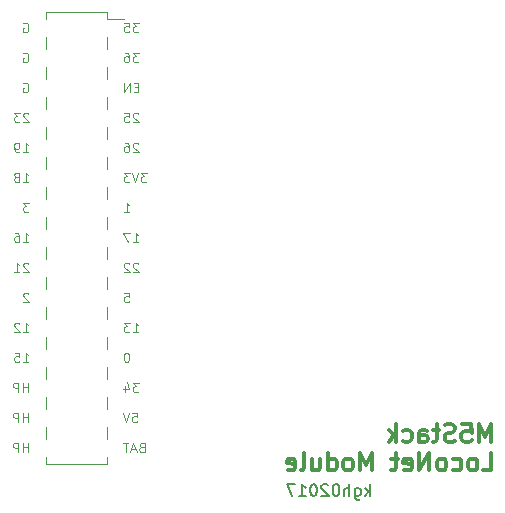
<source format=gbo>
G04 #@! TF.GenerationSoftware,KiCad,Pcbnew,(6.0.9)*
G04 #@! TF.CreationDate,2022-12-08T09:40:08+09:00*
G04 #@! TF.ProjectId,M5StackLocoNetModule,4d355374-6163-46b4-9c6f-636f4e65744d,rev?*
G04 #@! TF.SameCoordinates,PX6146580PY90f5600*
G04 #@! TF.FileFunction,Legend,Bot*
G04 #@! TF.FilePolarity,Positive*
%FSLAX46Y46*%
G04 Gerber Fmt 4.6, Leading zero omitted, Abs format (unit mm)*
G04 Created by KiCad (PCBNEW (6.0.9)) date 2022-12-08 09:40:08*
%MOMM*%
%LPD*%
G01*
G04 APERTURE LIST*
%ADD10C,0.350000*%
%ADD11C,0.150000*%
%ADD12C,0.120000*%
G04 APERTURE END LIST*
D10*
X41115357Y7728929D02*
X41115357Y9228929D01*
X40615357Y8157500D01*
X40115357Y9228929D01*
X40115357Y7728929D01*
X38686785Y9228929D02*
X39401071Y9228929D01*
X39472500Y8514643D01*
X39401071Y8586072D01*
X39258214Y8657500D01*
X38901071Y8657500D01*
X38758214Y8586072D01*
X38686785Y8514643D01*
X38615357Y8371786D01*
X38615357Y8014643D01*
X38686785Y7871786D01*
X38758214Y7800358D01*
X38901071Y7728929D01*
X39258214Y7728929D01*
X39401071Y7800358D01*
X39472500Y7871786D01*
X38043928Y7800358D02*
X37829642Y7728929D01*
X37472500Y7728929D01*
X37329642Y7800358D01*
X37258214Y7871786D01*
X37186785Y8014643D01*
X37186785Y8157500D01*
X37258214Y8300358D01*
X37329642Y8371786D01*
X37472500Y8443215D01*
X37758214Y8514643D01*
X37901071Y8586072D01*
X37972500Y8657500D01*
X38043928Y8800358D01*
X38043928Y8943215D01*
X37972500Y9086072D01*
X37901071Y9157500D01*
X37758214Y9228929D01*
X37401071Y9228929D01*
X37186785Y9157500D01*
X36758214Y8728929D02*
X36186785Y8728929D01*
X36543928Y9228929D02*
X36543928Y7943215D01*
X36472500Y7800358D01*
X36329642Y7728929D01*
X36186785Y7728929D01*
X35043928Y7728929D02*
X35043928Y8514643D01*
X35115357Y8657500D01*
X35258214Y8728929D01*
X35543928Y8728929D01*
X35686785Y8657500D01*
X35043928Y7800358D02*
X35186785Y7728929D01*
X35543928Y7728929D01*
X35686785Y7800358D01*
X35758214Y7943215D01*
X35758214Y8086072D01*
X35686785Y8228929D01*
X35543928Y8300358D01*
X35186785Y8300358D01*
X35043928Y8371786D01*
X33686785Y7800358D02*
X33829642Y7728929D01*
X34115357Y7728929D01*
X34258214Y7800358D01*
X34329642Y7871786D01*
X34401071Y8014643D01*
X34401071Y8443215D01*
X34329642Y8586072D01*
X34258214Y8657500D01*
X34115357Y8728929D01*
X33829642Y8728929D01*
X33686785Y8657500D01*
X33043928Y7728929D02*
X33043928Y9228929D01*
X32901071Y8300358D02*
X32472500Y7728929D01*
X32472500Y8728929D02*
X33043928Y8157500D01*
X40401071Y5313929D02*
X41115357Y5313929D01*
X41115357Y6813929D01*
X39686785Y5313929D02*
X39829642Y5385358D01*
X39901071Y5456786D01*
X39972500Y5599643D01*
X39972500Y6028215D01*
X39901071Y6171072D01*
X39829642Y6242500D01*
X39686785Y6313929D01*
X39472500Y6313929D01*
X39329642Y6242500D01*
X39258214Y6171072D01*
X39186785Y6028215D01*
X39186785Y5599643D01*
X39258214Y5456786D01*
X39329642Y5385358D01*
X39472500Y5313929D01*
X39686785Y5313929D01*
X37901071Y5385358D02*
X38043928Y5313929D01*
X38329642Y5313929D01*
X38472500Y5385358D01*
X38543928Y5456786D01*
X38615357Y5599643D01*
X38615357Y6028215D01*
X38543928Y6171072D01*
X38472500Y6242500D01*
X38329642Y6313929D01*
X38043928Y6313929D01*
X37901071Y6242500D01*
X37043928Y5313929D02*
X37186785Y5385358D01*
X37258214Y5456786D01*
X37329642Y5599643D01*
X37329642Y6028215D01*
X37258214Y6171072D01*
X37186785Y6242500D01*
X37043928Y6313929D01*
X36829642Y6313929D01*
X36686785Y6242500D01*
X36615357Y6171072D01*
X36543928Y6028215D01*
X36543928Y5599643D01*
X36615357Y5456786D01*
X36686785Y5385358D01*
X36829642Y5313929D01*
X37043928Y5313929D01*
X35901071Y5313929D02*
X35901071Y6813929D01*
X35043928Y5313929D01*
X35043928Y6813929D01*
X33758214Y5385358D02*
X33901071Y5313929D01*
X34186785Y5313929D01*
X34329642Y5385358D01*
X34401071Y5528215D01*
X34401071Y6099643D01*
X34329642Y6242500D01*
X34186785Y6313929D01*
X33901071Y6313929D01*
X33758214Y6242500D01*
X33686785Y6099643D01*
X33686785Y5956786D01*
X34401071Y5813929D01*
X33258214Y6313929D02*
X32686785Y6313929D01*
X33043928Y6813929D02*
X33043928Y5528215D01*
X32972500Y5385358D01*
X32829642Y5313929D01*
X32686785Y5313929D01*
X31043928Y5313929D02*
X31043928Y6813929D01*
X30543928Y5742500D01*
X30043928Y6813929D01*
X30043928Y5313929D01*
X29115357Y5313929D02*
X29258214Y5385358D01*
X29329642Y5456786D01*
X29401071Y5599643D01*
X29401071Y6028215D01*
X29329642Y6171072D01*
X29258214Y6242500D01*
X29115357Y6313929D01*
X28901071Y6313929D01*
X28758214Y6242500D01*
X28686785Y6171072D01*
X28615357Y6028215D01*
X28615357Y5599643D01*
X28686785Y5456786D01*
X28758214Y5385358D01*
X28901071Y5313929D01*
X29115357Y5313929D01*
X27329642Y5313929D02*
X27329642Y6813929D01*
X27329642Y5385358D02*
X27472500Y5313929D01*
X27758214Y5313929D01*
X27901071Y5385358D01*
X27972500Y5456786D01*
X28043928Y5599643D01*
X28043928Y6028215D01*
X27972500Y6171072D01*
X27901071Y6242500D01*
X27758214Y6313929D01*
X27472500Y6313929D01*
X27329642Y6242500D01*
X25972500Y6313929D02*
X25972500Y5313929D01*
X26615357Y6313929D02*
X26615357Y5528215D01*
X26543928Y5385358D01*
X26401071Y5313929D01*
X26186785Y5313929D01*
X26043928Y5385358D01*
X25972500Y5456786D01*
X25043928Y5313929D02*
X25186785Y5385358D01*
X25258214Y5528215D01*
X25258214Y6813929D01*
X23901071Y5385358D02*
X24043928Y5313929D01*
X24329642Y5313929D01*
X24472500Y5385358D01*
X24543928Y5528215D01*
X24543928Y6099643D01*
X24472500Y6242500D01*
X24329642Y6313929D01*
X24043928Y6313929D01*
X23901071Y6242500D01*
X23829642Y6099643D01*
X23829642Y5956786D01*
X24543928Y5813929D01*
D11*
X30852380Y3147620D02*
X30852380Y4147620D01*
X30757142Y3528572D02*
X30471428Y3147620D01*
X30471428Y3814286D02*
X30852380Y3433334D01*
X29614285Y3814286D02*
X29614285Y3004762D01*
X29661904Y2909524D01*
X29709523Y2861905D01*
X29804761Y2814286D01*
X29947619Y2814286D01*
X30042857Y2861905D01*
X29614285Y3195239D02*
X29709523Y3147620D01*
X29900000Y3147620D01*
X29995238Y3195239D01*
X30042857Y3242858D01*
X30090476Y3338096D01*
X30090476Y3623810D01*
X30042857Y3719048D01*
X29995238Y3766667D01*
X29900000Y3814286D01*
X29709523Y3814286D01*
X29614285Y3766667D01*
X29138095Y3147620D02*
X29138095Y4147620D01*
X28709523Y3147620D02*
X28709523Y3671429D01*
X28757142Y3766667D01*
X28852380Y3814286D01*
X28995238Y3814286D01*
X29090476Y3766667D01*
X29138095Y3719048D01*
X28042857Y4147620D02*
X27947619Y4147620D01*
X27852380Y4100000D01*
X27804761Y4052381D01*
X27757142Y3957143D01*
X27709523Y3766667D01*
X27709523Y3528572D01*
X27757142Y3338096D01*
X27804761Y3242858D01*
X27852380Y3195239D01*
X27947619Y3147620D01*
X28042857Y3147620D01*
X28138095Y3195239D01*
X28185714Y3242858D01*
X28233333Y3338096D01*
X28280952Y3528572D01*
X28280952Y3766667D01*
X28233333Y3957143D01*
X28185714Y4052381D01*
X28138095Y4100000D01*
X28042857Y4147620D01*
X27328571Y4052381D02*
X27280952Y4100000D01*
X27185714Y4147620D01*
X26947619Y4147620D01*
X26852380Y4100000D01*
X26804761Y4052381D01*
X26757142Y3957143D01*
X26757142Y3861905D01*
X26804761Y3719048D01*
X27376190Y3147620D01*
X26757142Y3147620D01*
X26138095Y4147620D02*
X26042857Y4147620D01*
X25947619Y4100000D01*
X25900000Y4052381D01*
X25852380Y3957143D01*
X25804761Y3766667D01*
X25804761Y3528572D01*
X25852380Y3338096D01*
X25900000Y3242858D01*
X25947619Y3195239D01*
X26042857Y3147620D01*
X26138095Y3147620D01*
X26233333Y3195239D01*
X26280952Y3242858D01*
X26328571Y3338096D01*
X26376190Y3528572D01*
X26376190Y3766667D01*
X26328571Y3957143D01*
X26280952Y4052381D01*
X26233333Y4100000D01*
X26138095Y4147620D01*
X24852380Y3147620D02*
X25423809Y3147620D01*
X25138095Y3147620D02*
X25138095Y4147620D01*
X25233333Y4004762D01*
X25328571Y3909524D01*
X25423809Y3861905D01*
X24519047Y4147620D02*
X23852380Y4147620D01*
X24280952Y3147620D01*
D12*
X1997714Y27978096D02*
X1502476Y27978096D01*
X1769142Y27673334D01*
X1654857Y27673334D01*
X1578666Y27635239D01*
X1540571Y27597143D01*
X1502476Y27520953D01*
X1502476Y27330477D01*
X1540571Y27254286D01*
X1578666Y27216191D01*
X1654857Y27178096D01*
X1883428Y27178096D01*
X1959619Y27216191D01*
X1997714Y27254286D01*
X1921523Y11938096D02*
X1921523Y12738096D01*
X1921523Y12357143D02*
X1464380Y12357143D01*
X1464380Y11938096D02*
X1464380Y12738096D01*
X1083428Y11938096D02*
X1083428Y12738096D01*
X778666Y12738096D01*
X702476Y12700000D01*
X664380Y12661905D01*
X626285Y12585715D01*
X626285Y12471429D01*
X664380Y12395239D01*
X702476Y12357143D01*
X778666Y12319048D01*
X1083428Y12319048D01*
X1502476Y24638096D02*
X1959619Y24638096D01*
X1731047Y24638096D02*
X1731047Y25438096D01*
X1807238Y25323810D01*
X1883428Y25247620D01*
X1959619Y25209524D01*
X816761Y25438096D02*
X969142Y25438096D01*
X1045333Y25400000D01*
X1083428Y25361905D01*
X1159619Y25247620D01*
X1197714Y25095239D01*
X1197714Y24790477D01*
X1159619Y24714286D01*
X1121523Y24676191D01*
X1045333Y24638096D01*
X892952Y24638096D01*
X816761Y24676191D01*
X778666Y24714286D01*
X740571Y24790477D01*
X740571Y24980953D01*
X778666Y25057143D01*
X816761Y25095239D01*
X892952Y25133334D01*
X1045333Y25133334D01*
X1121523Y25095239D01*
X1159619Y25057143D01*
X1197714Y24980953D01*
X11259428Y32981905D02*
X11221333Y33020000D01*
X11145142Y33058096D01*
X10954666Y33058096D01*
X10878476Y33020000D01*
X10840380Y32981905D01*
X10802285Y32905715D01*
X10802285Y32829524D01*
X10840380Y32715239D01*
X11297523Y32258096D01*
X10802285Y32258096D01*
X10116571Y33058096D02*
X10268952Y33058096D01*
X10345142Y33020000D01*
X10383238Y32981905D01*
X10459428Y32867620D01*
X10497523Y32715239D01*
X10497523Y32410477D01*
X10459428Y32334286D01*
X10421333Y32296191D01*
X10345142Y32258096D01*
X10192761Y32258096D01*
X10116571Y32296191D01*
X10078476Y32334286D01*
X10040380Y32410477D01*
X10040380Y32600953D01*
X10078476Y32677143D01*
X10116571Y32715239D01*
X10192761Y32753334D01*
X10345142Y32753334D01*
X10421333Y32715239D01*
X10459428Y32677143D01*
X10497523Y32600953D01*
X11297523Y12738096D02*
X10802285Y12738096D01*
X11068952Y12433334D01*
X10954666Y12433334D01*
X10878476Y12395239D01*
X10840380Y12357143D01*
X10802285Y12280953D01*
X10802285Y12090477D01*
X10840380Y12014286D01*
X10878476Y11976191D01*
X10954666Y11938096D01*
X11183238Y11938096D01*
X11259428Y11976191D01*
X11297523Y12014286D01*
X10116571Y12471429D02*
X10116571Y11938096D01*
X10307047Y12776191D02*
X10497523Y12204762D01*
X10002285Y12204762D01*
X1959619Y22821905D02*
X1921523Y22860000D01*
X1845333Y22898096D01*
X1654857Y22898096D01*
X1578666Y22860000D01*
X1540571Y22821905D01*
X1502476Y22745715D01*
X1502476Y22669524D01*
X1540571Y22555239D01*
X1997714Y22098096D01*
X1502476Y22098096D01*
X740571Y22098096D02*
X1197714Y22098096D01*
X969142Y22098096D02*
X969142Y22898096D01*
X1045333Y22783810D01*
X1121523Y22707620D01*
X1197714Y22669524D01*
X1921523Y9398096D02*
X1921523Y10198096D01*
X1921523Y9817143D02*
X1464380Y9817143D01*
X1464380Y9398096D02*
X1464380Y10198096D01*
X1083428Y9398096D02*
X1083428Y10198096D01*
X778666Y10198096D01*
X702476Y10160000D01*
X664380Y10121905D01*
X626285Y10045715D01*
X626285Y9931429D01*
X664380Y9855239D01*
X702476Y9817143D01*
X778666Y9779048D01*
X1083428Y9779048D01*
X1959619Y20281905D02*
X1921523Y20320000D01*
X1845333Y20358096D01*
X1654857Y20358096D01*
X1578666Y20320000D01*
X1540571Y20281905D01*
X1502476Y20205715D01*
X1502476Y20129524D01*
X1540571Y20015239D01*
X1997714Y19558096D01*
X1502476Y19558096D01*
X1502476Y38100000D02*
X1578666Y38138096D01*
X1692952Y38138096D01*
X1807238Y38100000D01*
X1883428Y38023810D01*
X1921523Y37947620D01*
X1959619Y37795239D01*
X1959619Y37680953D01*
X1921523Y37528572D01*
X1883428Y37452381D01*
X1807238Y37376191D01*
X1692952Y37338096D01*
X1616761Y37338096D01*
X1502476Y37376191D01*
X1464380Y37414286D01*
X1464380Y37680953D01*
X1616761Y37680953D01*
X10078476Y20358096D02*
X10459428Y20358096D01*
X10497523Y19977143D01*
X10459428Y20015239D01*
X10383238Y20053334D01*
X10192761Y20053334D01*
X10116571Y20015239D01*
X10078476Y19977143D01*
X10040380Y19900953D01*
X10040380Y19710477D01*
X10078476Y19634286D01*
X10116571Y19596191D01*
X10192761Y19558096D01*
X10383238Y19558096D01*
X10459428Y19596191D01*
X10497523Y19634286D01*
X11259428Y35521905D02*
X11221333Y35560000D01*
X11145142Y35598096D01*
X10954666Y35598096D01*
X10878476Y35560000D01*
X10840380Y35521905D01*
X10802285Y35445715D01*
X10802285Y35369524D01*
X10840380Y35255239D01*
X11297523Y34798096D01*
X10802285Y34798096D01*
X10078476Y35598096D02*
X10459428Y35598096D01*
X10497523Y35217143D01*
X10459428Y35255239D01*
X10383238Y35293334D01*
X10192761Y35293334D01*
X10116571Y35255239D01*
X10078476Y35217143D01*
X10040380Y35140953D01*
X10040380Y34950477D01*
X10078476Y34874286D01*
X10116571Y34836191D01*
X10192761Y34798096D01*
X10383238Y34798096D01*
X10459428Y34836191D01*
X10497523Y34874286D01*
X11297523Y40678096D02*
X10802285Y40678096D01*
X11068952Y40373334D01*
X10954666Y40373334D01*
X10878476Y40335239D01*
X10840380Y40297143D01*
X10802285Y40220953D01*
X10802285Y40030477D01*
X10840380Y39954286D01*
X10878476Y39916191D01*
X10954666Y39878096D01*
X11183238Y39878096D01*
X11259428Y39916191D01*
X11297523Y39954286D01*
X10116571Y40678096D02*
X10268952Y40678096D01*
X10345142Y40640000D01*
X10383238Y40601905D01*
X10459428Y40487620D01*
X10497523Y40335239D01*
X10497523Y40030477D01*
X10459428Y39954286D01*
X10421333Y39916191D01*
X10345142Y39878096D01*
X10192761Y39878096D01*
X10116571Y39916191D01*
X10078476Y39954286D01*
X10040380Y40030477D01*
X10040380Y40220953D01*
X10078476Y40297143D01*
X10116571Y40335239D01*
X10192761Y40373334D01*
X10345142Y40373334D01*
X10421333Y40335239D01*
X10459428Y40297143D01*
X10497523Y40220953D01*
X11983238Y30518096D02*
X11488000Y30518096D01*
X11754666Y30213334D01*
X11640380Y30213334D01*
X11564190Y30175239D01*
X11526095Y30137143D01*
X11488000Y30060953D01*
X11488000Y29870477D01*
X11526095Y29794286D01*
X11564190Y29756191D01*
X11640380Y29718096D01*
X11868952Y29718096D01*
X11945142Y29756191D01*
X11983238Y29794286D01*
X11259428Y30518096D02*
X10992761Y29718096D01*
X10726095Y30518096D01*
X10535619Y30518096D02*
X10040380Y30518096D01*
X10307047Y30213334D01*
X10192761Y30213334D01*
X10116571Y30175239D01*
X10078476Y30137143D01*
X10040380Y30060953D01*
X10040380Y29870477D01*
X10078476Y29794286D01*
X10116571Y29756191D01*
X10192761Y29718096D01*
X10421333Y29718096D01*
X10497523Y29756191D01*
X10535619Y29794286D01*
X1502476Y29718096D02*
X1959619Y29718096D01*
X1731047Y29718096D02*
X1731047Y30518096D01*
X1807238Y30403810D01*
X1883428Y30327620D01*
X1959619Y30289524D01*
X1045333Y30175239D02*
X1121523Y30213334D01*
X1159619Y30251429D01*
X1197714Y30327620D01*
X1197714Y30365715D01*
X1159619Y30441905D01*
X1121523Y30480000D01*
X1045333Y30518096D01*
X892952Y30518096D01*
X816761Y30480000D01*
X778666Y30441905D01*
X740571Y30365715D01*
X740571Y30327620D01*
X778666Y30251429D01*
X816761Y30213334D01*
X892952Y30175239D01*
X1045333Y30175239D01*
X1121523Y30137143D01*
X1159619Y30099048D01*
X1197714Y30022858D01*
X1197714Y29870477D01*
X1159619Y29794286D01*
X1121523Y29756191D01*
X1045333Y29718096D01*
X892952Y29718096D01*
X816761Y29756191D01*
X778666Y29794286D01*
X740571Y29870477D01*
X740571Y30022858D01*
X778666Y30099048D01*
X816761Y30137143D01*
X892952Y30175239D01*
X10802285Y17018096D02*
X11259428Y17018096D01*
X11030857Y17018096D02*
X11030857Y17818096D01*
X11107047Y17703810D01*
X11183238Y17627620D01*
X11259428Y17589524D01*
X10535619Y17818096D02*
X10040380Y17818096D01*
X10307047Y17513334D01*
X10192761Y17513334D01*
X10116571Y17475239D01*
X10078476Y17437143D01*
X10040380Y17360953D01*
X10040380Y17170477D01*
X10078476Y17094286D01*
X10116571Y17056191D01*
X10192761Y17018096D01*
X10421333Y17018096D01*
X10497523Y17056191D01*
X10535619Y17094286D01*
X11259428Y22821905D02*
X11221333Y22860000D01*
X11145142Y22898096D01*
X10954666Y22898096D01*
X10878476Y22860000D01*
X10840380Y22821905D01*
X10802285Y22745715D01*
X10802285Y22669524D01*
X10840380Y22555239D01*
X11297523Y22098096D01*
X10802285Y22098096D01*
X10497523Y22821905D02*
X10459428Y22860000D01*
X10383238Y22898096D01*
X10192761Y22898096D01*
X10116571Y22860000D01*
X10078476Y22821905D01*
X10040380Y22745715D01*
X10040380Y22669524D01*
X10078476Y22555239D01*
X10535619Y22098096D01*
X10040380Y22098096D01*
X11297523Y43218096D02*
X10802285Y43218096D01*
X11068952Y42913334D01*
X10954666Y42913334D01*
X10878476Y42875239D01*
X10840380Y42837143D01*
X10802285Y42760953D01*
X10802285Y42570477D01*
X10840380Y42494286D01*
X10878476Y42456191D01*
X10954666Y42418096D01*
X11183238Y42418096D01*
X11259428Y42456191D01*
X11297523Y42494286D01*
X10078476Y43218096D02*
X10459428Y43218096D01*
X10497523Y42837143D01*
X10459428Y42875239D01*
X10383238Y42913334D01*
X10192761Y42913334D01*
X10116571Y42875239D01*
X10078476Y42837143D01*
X10040380Y42760953D01*
X10040380Y42570477D01*
X10078476Y42494286D01*
X10116571Y42456191D01*
X10192761Y42418096D01*
X10383238Y42418096D01*
X10459428Y42456191D01*
X10497523Y42494286D01*
X1921523Y6858096D02*
X1921523Y7658096D01*
X1921523Y7277143D02*
X1464380Y7277143D01*
X1464380Y6858096D02*
X1464380Y7658096D01*
X1083428Y6858096D02*
X1083428Y7658096D01*
X778666Y7658096D01*
X702476Y7620000D01*
X664380Y7581905D01*
X626285Y7505715D01*
X626285Y7391429D01*
X664380Y7315239D01*
X702476Y7277143D01*
X778666Y7239048D01*
X1083428Y7239048D01*
X10040380Y27178096D02*
X10497523Y27178096D01*
X10268952Y27178096D02*
X10268952Y27978096D01*
X10345142Y27863810D01*
X10421333Y27787620D01*
X10497523Y27749524D01*
X10764190Y10198096D02*
X11145142Y10198096D01*
X11183238Y9817143D01*
X11145142Y9855239D01*
X11068952Y9893334D01*
X10878476Y9893334D01*
X10802285Y9855239D01*
X10764190Y9817143D01*
X10726095Y9740953D01*
X10726095Y9550477D01*
X10764190Y9474286D01*
X10802285Y9436191D01*
X10878476Y9398096D01*
X11068952Y9398096D01*
X11145142Y9436191D01*
X11183238Y9474286D01*
X10497523Y10198096D02*
X10230857Y9398096D01*
X9964190Y10198096D01*
X1502476Y40640000D02*
X1578666Y40678096D01*
X1692952Y40678096D01*
X1807238Y40640000D01*
X1883428Y40563810D01*
X1921523Y40487620D01*
X1959619Y40335239D01*
X1959619Y40220953D01*
X1921523Y40068572D01*
X1883428Y39992381D01*
X1807238Y39916191D01*
X1692952Y39878096D01*
X1616761Y39878096D01*
X1502476Y39916191D01*
X1464380Y39954286D01*
X1464380Y40220953D01*
X1616761Y40220953D01*
X1959619Y35521905D02*
X1921523Y35560000D01*
X1845333Y35598096D01*
X1654857Y35598096D01*
X1578666Y35560000D01*
X1540571Y35521905D01*
X1502476Y35445715D01*
X1502476Y35369524D01*
X1540571Y35255239D01*
X1997714Y34798096D01*
X1502476Y34798096D01*
X1235809Y35598096D02*
X740571Y35598096D01*
X1007238Y35293334D01*
X892952Y35293334D01*
X816761Y35255239D01*
X778666Y35217143D01*
X740571Y35140953D01*
X740571Y34950477D01*
X778666Y34874286D01*
X816761Y34836191D01*
X892952Y34798096D01*
X1121523Y34798096D01*
X1197714Y34836191D01*
X1235809Y34874286D01*
X1502476Y43180000D02*
X1578666Y43218096D01*
X1692952Y43218096D01*
X1807238Y43180000D01*
X1883428Y43103810D01*
X1921523Y43027620D01*
X1959619Y42875239D01*
X1959619Y42760953D01*
X1921523Y42608572D01*
X1883428Y42532381D01*
X1807238Y42456191D01*
X1692952Y42418096D01*
X1616761Y42418096D01*
X1502476Y42456191D01*
X1464380Y42494286D01*
X1464380Y42760953D01*
X1616761Y42760953D01*
X10307047Y15278096D02*
X10230857Y15278096D01*
X10154666Y15240000D01*
X10116571Y15201905D01*
X10078476Y15125715D01*
X10040380Y14973334D01*
X10040380Y14782858D01*
X10078476Y14630477D01*
X10116571Y14554286D01*
X10154666Y14516191D01*
X10230857Y14478096D01*
X10307047Y14478096D01*
X10383238Y14516191D01*
X10421333Y14554286D01*
X10459428Y14630477D01*
X10497523Y14782858D01*
X10497523Y14973334D01*
X10459428Y15125715D01*
X10421333Y15201905D01*
X10383238Y15240000D01*
X10307047Y15278096D01*
X10802285Y24638096D02*
X11259428Y24638096D01*
X11030857Y24638096D02*
X11030857Y25438096D01*
X11107047Y25323810D01*
X11183238Y25247620D01*
X11259428Y25209524D01*
X10535619Y25438096D02*
X10002285Y25438096D01*
X10345142Y24638096D01*
X1502476Y14478096D02*
X1959619Y14478096D01*
X1731047Y14478096D02*
X1731047Y15278096D01*
X1807238Y15163810D01*
X1883428Y15087620D01*
X1959619Y15049524D01*
X778666Y15278096D02*
X1159619Y15278096D01*
X1197714Y14897143D01*
X1159619Y14935239D01*
X1083428Y14973334D01*
X892952Y14973334D01*
X816761Y14935239D01*
X778666Y14897143D01*
X740571Y14820953D01*
X740571Y14630477D01*
X778666Y14554286D01*
X816761Y14516191D01*
X892952Y14478096D01*
X1083428Y14478096D01*
X1159619Y14516191D01*
X1197714Y14554286D01*
X1502476Y17018096D02*
X1959619Y17018096D01*
X1731047Y17018096D02*
X1731047Y17818096D01*
X1807238Y17703810D01*
X1883428Y17627620D01*
X1959619Y17589524D01*
X1197714Y17741905D02*
X1159619Y17780000D01*
X1083428Y17818096D01*
X892952Y17818096D01*
X816761Y17780000D01*
X778666Y17741905D01*
X740571Y17665715D01*
X740571Y17589524D01*
X778666Y17475239D01*
X1235809Y17018096D01*
X740571Y17018096D01*
X1502476Y32258096D02*
X1959619Y32258096D01*
X1731047Y32258096D02*
X1731047Y33058096D01*
X1807238Y32943810D01*
X1883428Y32867620D01*
X1959619Y32829524D01*
X1121523Y32258096D02*
X969142Y32258096D01*
X892952Y32296191D01*
X854857Y32334286D01*
X778666Y32448572D01*
X740571Y32600953D01*
X740571Y32905715D01*
X778666Y32981905D01*
X816761Y33020000D01*
X892952Y33058096D01*
X1045333Y33058096D01*
X1121523Y33020000D01*
X1159619Y32981905D01*
X1197714Y32905715D01*
X1197714Y32715239D01*
X1159619Y32639048D01*
X1121523Y32600953D01*
X1045333Y32562858D01*
X892952Y32562858D01*
X816761Y32600953D01*
X778666Y32639048D01*
X740571Y32715239D01*
X11526095Y7277143D02*
X11411809Y7239048D01*
X11373714Y7200953D01*
X11335619Y7124762D01*
X11335619Y7010477D01*
X11373714Y6934286D01*
X11411809Y6896191D01*
X11488000Y6858096D01*
X11792761Y6858096D01*
X11792761Y7658096D01*
X11526095Y7658096D01*
X11449904Y7620000D01*
X11411809Y7581905D01*
X11373714Y7505715D01*
X11373714Y7429524D01*
X11411809Y7353334D01*
X11449904Y7315239D01*
X11526095Y7277143D01*
X11792761Y7277143D01*
X11030857Y7086667D02*
X10649904Y7086667D01*
X11107047Y6858096D02*
X10840380Y7658096D01*
X10573714Y6858096D01*
X10421333Y7658096D02*
X9964190Y7658096D01*
X10192761Y6858096D02*
X10192761Y7658096D01*
X11259428Y37757143D02*
X10992761Y37757143D01*
X10878476Y37338096D02*
X11259428Y37338096D01*
X11259428Y38138096D01*
X10878476Y38138096D01*
X10535619Y37338096D02*
X10535619Y38138096D01*
X10078476Y37338096D01*
X10078476Y38138096D01*
X3400000Y19150000D02*
X3400000Y18130000D01*
X3400000Y26770000D02*
X3400000Y25750000D01*
X3400000Y8990000D02*
X3400000Y7970000D01*
X8600000Y5880000D02*
X3400000Y5880000D01*
X3400000Y39470000D02*
X3400000Y38450000D01*
X3400000Y36930000D02*
X3400000Y35910000D01*
X3400000Y31850000D02*
X3400000Y30830000D01*
X3400000Y6450000D02*
X3400000Y5880000D01*
X8600000Y6450000D02*
X8600000Y5880000D01*
X8600000Y39470000D02*
X8600000Y38450000D01*
X8600000Y11530000D02*
X8600000Y10510000D01*
X8600000Y44100000D02*
X3400000Y44100000D01*
X3400000Y14070000D02*
X3400000Y13050000D01*
X3400000Y24230000D02*
X3400000Y23210000D01*
X3400000Y29310000D02*
X3400000Y28290000D01*
X8600000Y8990000D02*
X8600000Y7970000D01*
X8600000Y16610000D02*
X8600000Y15590000D01*
X10040000Y43530000D02*
X8600000Y43530000D01*
X3400000Y21690000D02*
X3400000Y20670000D01*
X8600000Y14070000D02*
X8600000Y13050000D01*
X3400000Y44100000D02*
X3400000Y43530000D01*
X8600000Y21690000D02*
X8600000Y20670000D01*
X3400000Y42010000D02*
X3400000Y40990000D01*
X8600000Y34390000D02*
X8600000Y33370000D01*
X8600000Y24230000D02*
X8600000Y23210000D01*
X8600000Y26770000D02*
X8600000Y25750000D01*
X3400000Y16610000D02*
X3400000Y15590000D01*
X3400000Y34390000D02*
X3400000Y33370000D01*
X8600000Y42010000D02*
X8600000Y40990000D01*
X8600000Y31850000D02*
X8600000Y30830000D01*
X8600000Y19150000D02*
X8600000Y18130000D01*
X3400000Y11530000D02*
X3400000Y10510000D01*
X8600000Y36930000D02*
X8600000Y35910000D01*
X8600000Y44100000D02*
X8600000Y43530000D01*
X8600000Y29310000D02*
X8600000Y28290000D01*
M02*

</source>
